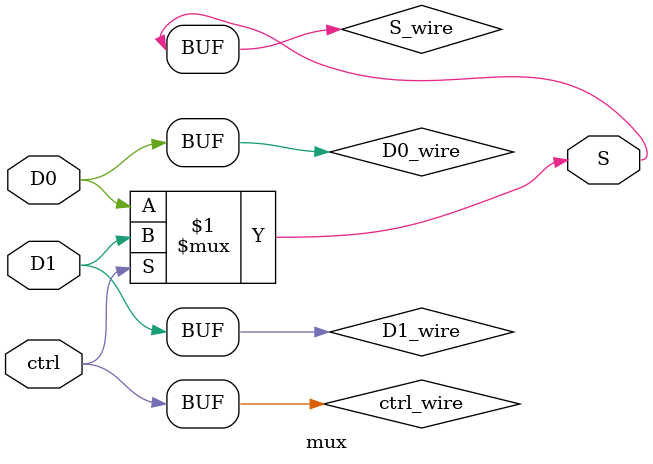
<source format=v>
module mux(input ctrl, input [0:0] D0, input [0:0] D1, output [0:0] S);
  wire [0:0] D0_wire;
  wire [0:0] D1_wire;
  wire [0:0] S_wire;
  wire ctrl_wire;

  assign D0_wire[0] = D0[0];
  assign D1_wire[0] = D1[0];

  assign S[0] = S_wire[0];

  assign ctrl_wire = ctrl;

  assign S_wire[0] = (ctrl_wire) ? D1_wire[0] : D0_wire[0];
endmodule
</source>
